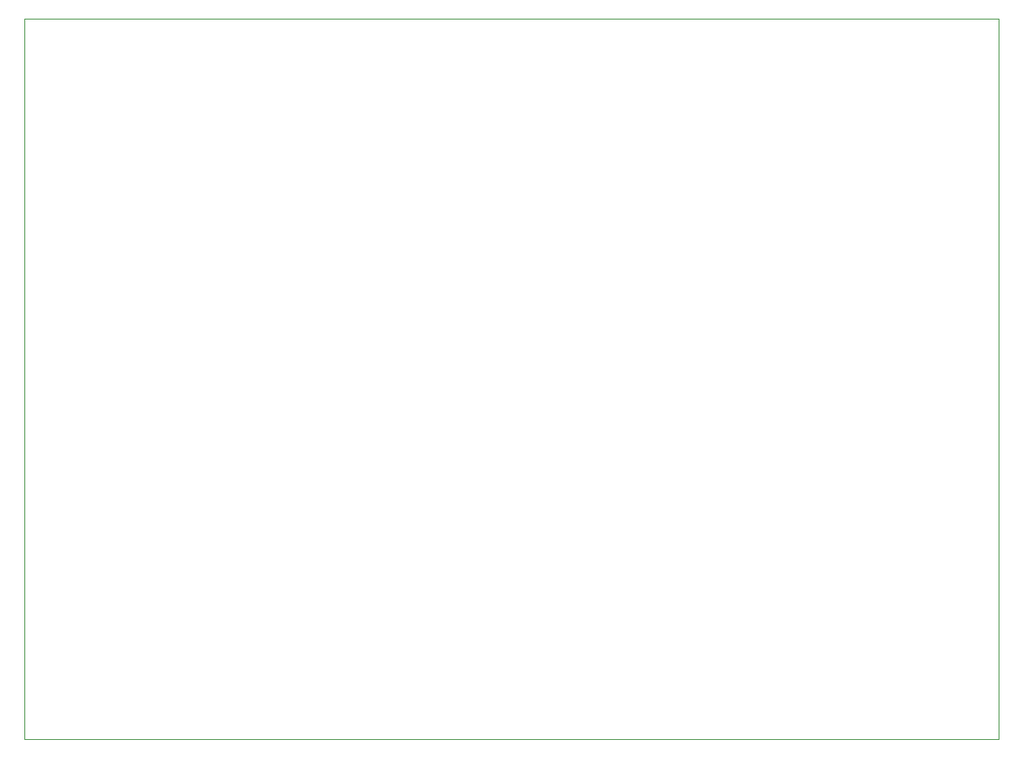
<source format=gm1>
G04 #@! TF.GenerationSoftware,KiCad,Pcbnew,9.0.1*
G04 #@! TF.CreationDate,2025-04-06T16:16:06+02:00*
G04 #@! TF.ProjectId,camera_base,63616d65-7261-45f6-9261-73652e6b6963,rev?*
G04 #@! TF.SameCoordinates,Original*
G04 #@! TF.FileFunction,Profile,NP*
%FSLAX46Y46*%
G04 Gerber Fmt 4.6, Leading zero omitted, Abs format (unit mm)*
G04 Created by KiCad (PCBNEW 9.0.1) date 2025-04-06 16:16:06*
%MOMM*%
%LPD*%
G01*
G04 APERTURE LIST*
G04 #@! TA.AperFunction,Profile*
%ADD10C,0.050000*%
G04 #@! TD*
G04 APERTURE END LIST*
D10*
X55250000Y-104000000D02*
X156750000Y-104000000D01*
X156750000Y-179000000D01*
X55250000Y-179000000D01*
X55250000Y-104000000D01*
M02*

</source>
